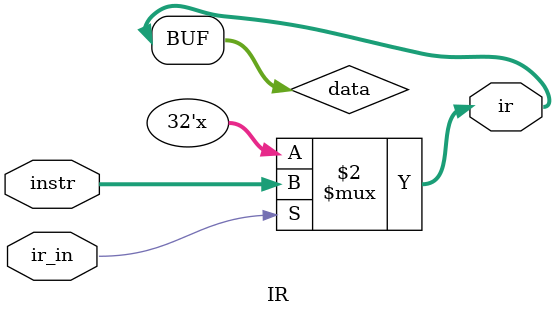
<source format=v>
`timescale 1ns / 1ps


module IR(
    input [31:0]instr,
    input ir_in,
    output [31:0]ir
    );
    reg [31:0]data;
    always@(*)
        if(ir_in)
            data<=instr;

    assign ir=data;
endmodule

</source>
